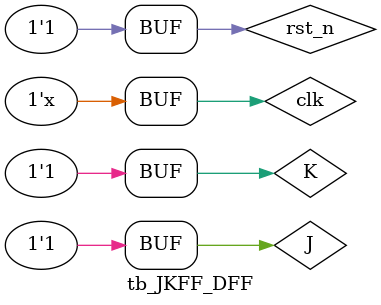
<source format=sv>
module sim;

    initial begin
        #100
        $finish;
    end

    initial begin
        $dumpfile("dump.vcd");
        $dumpvars;
    end

endmodule

module tb_JKFF_DFF;

    reg clk, rst_n, J, K;
    wire Q;

    JKFF_DFF jkff(.j(J), .k(K), .clk(clk), .rst_n(rst_n), .q(Q)); 

    always #5 clk = ~clk;

    initial begin
        clk = 1'b0;
        rst_n = 1'b1;
        J = 1'b0;
        K = 1'b0;
        #2
        rst_n = 1'b0;
        #5
        rst_n = 1'b1;
        #16
        J = 1'b1;
        K = 1'b0;
        #10
        J = 1'b0;
        K = 1'b0;
        #10
        J = 1'b0;
        K = 1'b1;
        #10
        J = 1'b0;
        K = 1'b0;
        #10
        J = 1'b1;
        K = 1'b1;
    end

endmodule

</source>
